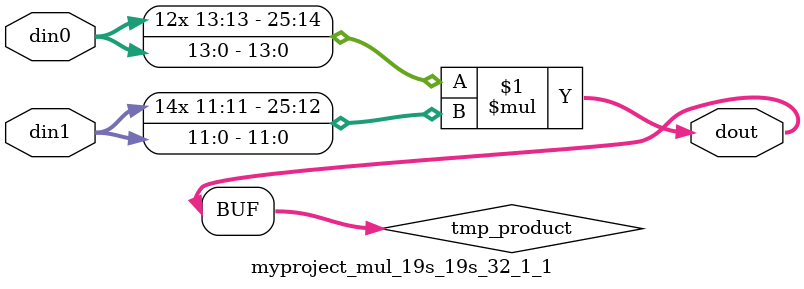
<source format=v>

`timescale 1 ns / 1 ps

 module myproject_mul_19s_19s_32_1_1(din0, din1, dout);
parameter ID = 1;
parameter NUM_STAGE = 0;
parameter din0_WIDTH = 14;
parameter din1_WIDTH = 12;
parameter dout_WIDTH = 26;

input [din0_WIDTH - 1 : 0] din0; 
input [din1_WIDTH - 1 : 0] din1; 
output [dout_WIDTH - 1 : 0] dout;

wire signed [dout_WIDTH - 1 : 0] tmp_product;



























assign tmp_product = $signed(din0) * $signed(din1);








assign dout = tmp_product;





















endmodule

</source>
